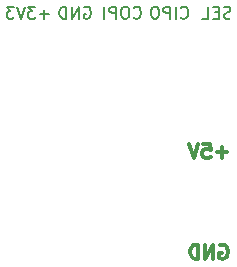
<source format=gbr>
%TF.GenerationSoftware,KiCad,Pcbnew,6.0.0-d3dd2cf0fa~116~ubuntu21.10.1*%
%TF.CreationDate,2022-01-01T15:31:35+02:00*%
%TF.ProjectId,moca-hcho,6d6f6361-2d68-4636-986f-2e6b69636164,v1.0*%
%TF.SameCoordinates,Original*%
%TF.FileFunction,Legend,Bot*%
%TF.FilePolarity,Positive*%
%FSLAX46Y46*%
G04 Gerber Fmt 4.6, Leading zero omitted, Abs format (unit mm)*
G04 Created by KiCad (PCBNEW 6.0.0-d3dd2cf0fa~116~ubuntu21.10.1) date 2022-01-01 15:31:35*
%MOMM*%
%LPD*%
G01*
G04 APERTURE LIST*
%ADD10C,0.150000*%
%ADD11C,0.300000*%
G04 APERTURE END LIST*
D10*
X74261904Y-80150000D02*
X74357142Y-80102380D01*
X74500000Y-80102380D01*
X74642857Y-80150000D01*
X74738095Y-80245238D01*
X74785714Y-80340476D01*
X74833333Y-80530952D01*
X74833333Y-80673809D01*
X74785714Y-80864285D01*
X74738095Y-80959523D01*
X74642857Y-81054761D01*
X74500000Y-81102380D01*
X74404761Y-81102380D01*
X74261904Y-81054761D01*
X74214285Y-81007142D01*
X74214285Y-80673809D01*
X74404761Y-80673809D01*
X73785714Y-81102380D02*
X73785714Y-80102380D01*
X73214285Y-81102380D01*
X73214285Y-80102380D01*
X72738095Y-81102380D02*
X72738095Y-80102380D01*
X72500000Y-80102380D01*
X72357142Y-80150000D01*
X72261904Y-80245238D01*
X72214285Y-80340476D01*
X72166666Y-80530952D01*
X72166666Y-80673809D01*
X72214285Y-80864285D01*
X72261904Y-80959523D01*
X72357142Y-81054761D01*
X72500000Y-81102380D01*
X72738095Y-81102380D01*
D11*
X86392857Y-92435714D02*
X85478571Y-92435714D01*
X85935714Y-92892857D02*
X85935714Y-91978571D01*
X84335714Y-91692857D02*
X84907142Y-91692857D01*
X84964285Y-92264285D01*
X84907142Y-92207142D01*
X84792857Y-92150000D01*
X84507142Y-92150000D01*
X84392857Y-92207142D01*
X84335714Y-92264285D01*
X84278571Y-92378571D01*
X84278571Y-92664285D01*
X84335714Y-92778571D01*
X84392857Y-92835714D01*
X84507142Y-92892857D01*
X84792857Y-92892857D01*
X84907142Y-92835714D01*
X84964285Y-92778571D01*
X83935714Y-91692857D02*
X83535714Y-92892857D01*
X83135714Y-91692857D01*
D10*
X78452380Y-81007142D02*
X78500000Y-81054761D01*
X78642857Y-81102380D01*
X78738095Y-81102380D01*
X78880952Y-81054761D01*
X78976190Y-80959523D01*
X79023809Y-80864285D01*
X79071428Y-80673809D01*
X79071428Y-80530952D01*
X79023809Y-80340476D01*
X78976190Y-80245238D01*
X78880952Y-80150000D01*
X78738095Y-80102380D01*
X78642857Y-80102380D01*
X78500000Y-80150000D01*
X78452380Y-80197619D01*
X77833333Y-80102380D02*
X77642857Y-80102380D01*
X77547619Y-80150000D01*
X77452380Y-80245238D01*
X77404761Y-80435714D01*
X77404761Y-80769047D01*
X77452380Y-80959523D01*
X77547619Y-81054761D01*
X77642857Y-81102380D01*
X77833333Y-81102380D01*
X77928571Y-81054761D01*
X78023809Y-80959523D01*
X78071428Y-80769047D01*
X78071428Y-80435714D01*
X78023809Y-80245238D01*
X77928571Y-80150000D01*
X77833333Y-80102380D01*
X76976190Y-81102380D02*
X76976190Y-80102380D01*
X76595238Y-80102380D01*
X76500000Y-80150000D01*
X76452380Y-80197619D01*
X76404761Y-80292857D01*
X76404761Y-80435714D01*
X76452380Y-80530952D01*
X76500000Y-80578571D01*
X76595238Y-80626190D01*
X76976190Y-80626190D01*
X75976190Y-81102380D02*
X75976190Y-80102380D01*
X71261904Y-80721428D02*
X70500000Y-80721428D01*
X70880952Y-81102380D02*
X70880952Y-80340476D01*
X70119047Y-80102380D02*
X69500000Y-80102380D01*
X69833333Y-80483333D01*
X69690476Y-80483333D01*
X69595238Y-80530952D01*
X69547619Y-80578571D01*
X69500000Y-80673809D01*
X69500000Y-80911904D01*
X69547619Y-81007142D01*
X69595238Y-81054761D01*
X69690476Y-81102380D01*
X69976190Y-81102380D01*
X70071428Y-81054761D01*
X70119047Y-81007142D01*
X69214285Y-80102380D02*
X68880952Y-81102380D01*
X68547619Y-80102380D01*
X68309523Y-80102380D02*
X67690476Y-80102380D01*
X68023809Y-80483333D01*
X67880952Y-80483333D01*
X67785714Y-80530952D01*
X67738095Y-80578571D01*
X67690476Y-80673809D01*
X67690476Y-80911904D01*
X67738095Y-81007142D01*
X67785714Y-81054761D01*
X67880952Y-81102380D01*
X68166666Y-81102380D01*
X68261904Y-81054761D01*
X68309523Y-81007142D01*
X86642857Y-81054761D02*
X86500000Y-81102380D01*
X86261904Y-81102380D01*
X86166666Y-81054761D01*
X86119047Y-81007142D01*
X86071428Y-80911904D01*
X86071428Y-80816666D01*
X86119047Y-80721428D01*
X86166666Y-80673809D01*
X86261904Y-80626190D01*
X86452380Y-80578571D01*
X86547619Y-80530952D01*
X86595238Y-80483333D01*
X86642857Y-80388095D01*
X86642857Y-80292857D01*
X86595238Y-80197619D01*
X86547619Y-80150000D01*
X86452380Y-80102380D01*
X86214285Y-80102380D01*
X86071428Y-80150000D01*
X85642857Y-80578571D02*
X85309523Y-80578571D01*
X85166666Y-81102380D02*
X85642857Y-81102380D01*
X85642857Y-80102380D01*
X85166666Y-80102380D01*
X84261904Y-81102380D02*
X84738095Y-81102380D01*
X84738095Y-80102380D01*
D11*
X85764285Y-100300000D02*
X85878571Y-100242857D01*
X86050000Y-100242857D01*
X86221428Y-100300000D01*
X86335714Y-100414285D01*
X86392857Y-100528571D01*
X86450000Y-100757142D01*
X86450000Y-100928571D01*
X86392857Y-101157142D01*
X86335714Y-101271428D01*
X86221428Y-101385714D01*
X86050000Y-101442857D01*
X85935714Y-101442857D01*
X85764285Y-101385714D01*
X85707142Y-101328571D01*
X85707142Y-100928571D01*
X85935714Y-100928571D01*
X85192857Y-101442857D02*
X85192857Y-100242857D01*
X84507142Y-101442857D01*
X84507142Y-100242857D01*
X83935714Y-101442857D02*
X83935714Y-100242857D01*
X83650000Y-100242857D01*
X83478571Y-100300000D01*
X83364285Y-100414285D01*
X83307142Y-100528571D01*
X83250000Y-100757142D01*
X83250000Y-100928571D01*
X83307142Y-101157142D01*
X83364285Y-101271428D01*
X83478571Y-101385714D01*
X83650000Y-101442857D01*
X83935714Y-101442857D01*
D10*
X82452380Y-81007142D02*
X82500000Y-81054761D01*
X82642857Y-81102380D01*
X82738095Y-81102380D01*
X82880952Y-81054761D01*
X82976190Y-80959523D01*
X83023809Y-80864285D01*
X83071428Y-80673809D01*
X83071428Y-80530952D01*
X83023809Y-80340476D01*
X82976190Y-80245238D01*
X82880952Y-80150000D01*
X82738095Y-80102380D01*
X82642857Y-80102380D01*
X82500000Y-80150000D01*
X82452380Y-80197619D01*
X82023809Y-81102380D02*
X82023809Y-80102380D01*
X81547619Y-81102380D02*
X81547619Y-80102380D01*
X81166666Y-80102380D01*
X81071428Y-80150000D01*
X81023809Y-80197619D01*
X80976190Y-80292857D01*
X80976190Y-80435714D01*
X81023809Y-80530952D01*
X81071428Y-80578571D01*
X81166666Y-80626190D01*
X81547619Y-80626190D01*
X80357142Y-80102380D02*
X80166666Y-80102380D01*
X80071428Y-80150000D01*
X79976190Y-80245238D01*
X79928571Y-80435714D01*
X79928571Y-80769047D01*
X79976190Y-80959523D01*
X80071428Y-81054761D01*
X80166666Y-81102380D01*
X80357142Y-81102380D01*
X80452380Y-81054761D01*
X80547619Y-80959523D01*
X80595238Y-80769047D01*
X80595238Y-80435714D01*
X80547619Y-80245238D01*
X80452380Y-80150000D01*
X80357142Y-80102380D01*
M02*

</source>
